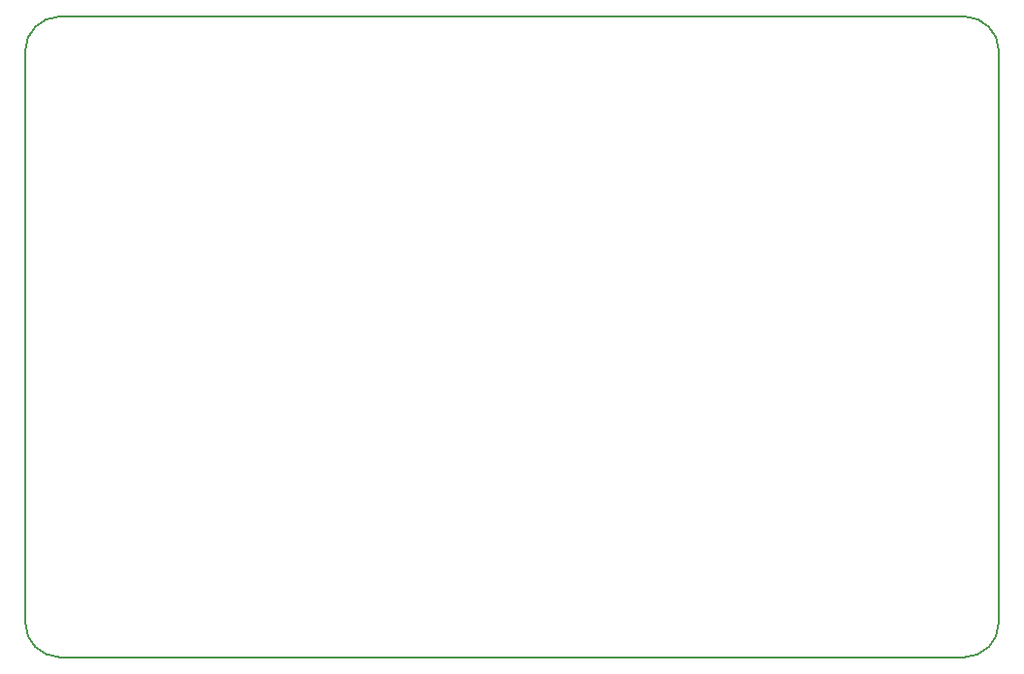
<source format=gbr>
G04 start of page 4 for group 4 idx 5 *
G04 Title: RspPiPS, outline *
G04 Creator: pcb 4.2.0 *
G04 CreationDate: Sun Jan 23 00:25:27 2022 UTC *
G04 For: debian *
G04 Format: Gerber/RS-274X *
G04 PCB-Dimensions (mil): 10000.00 10000.00 *
G04 PCB-Coordinate-Origin: lower left *
%MOIN*%
%FSLAX25Y25*%
%LNOUTLINE*%
%ADD58C,0.0060*%
G54D58*X141732Y763780D02*Y566929D01*
X153543Y555118D02*X464567D01*
X476378Y566929D02*Y763780D01*
X464567Y775591D02*X153543D01*
X141732Y763780D02*G75*G02X153543Y775591I11811J0D01*G01*
X464567D02*G75*G02X476378Y763780I0J-11811D01*G01*
Y566929D02*G75*G02X464567Y555118I-11811J0D01*G01*
X141732Y566929D02*G75*G03X153543Y555118I11811J0D01*G01*
M02*

</source>
